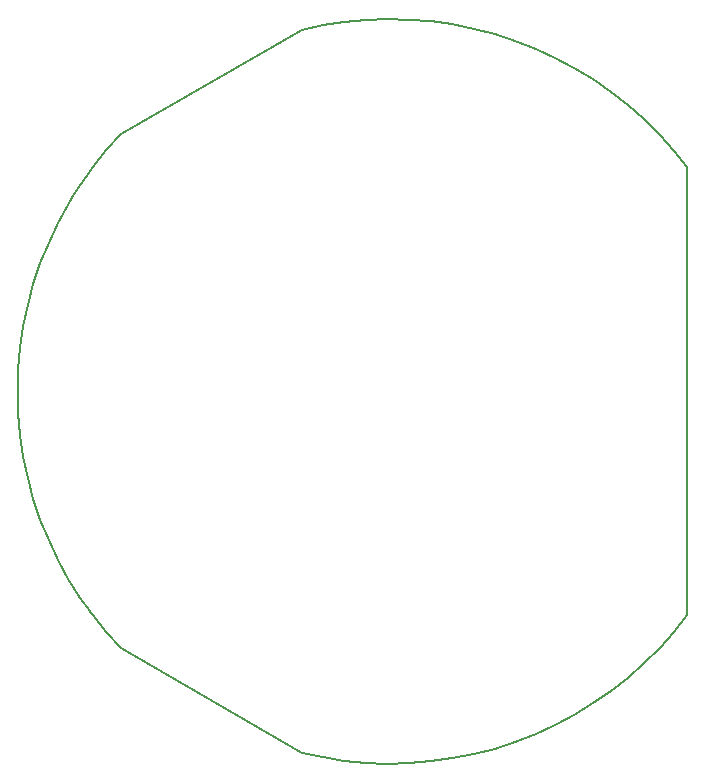
<source format=gko>
G04 Layer_Color=16711935*
%FSLAX25Y25*%
%MOIN*%
G70*
G01*
G75*
%ADD34C,0.00500*%
D34*
X24961Y51635D02*
X25088Y51425D01*
X19584Y190778D02*
X25908Y199700D01*
Y50300D02*
X30463Y44613D01*
X35265Y39290D01*
X95640Y4432D01*
X102606Y2943D01*
X109763Y1845D01*
X116972Y1166D01*
X124208Y908D01*
X131446Y1073D01*
X138663Y1660D01*
X145833Y2667D01*
X152932Y4090D01*
X159937Y5925D01*
X166822Y8165D01*
X173565Y10803D01*
X180142Y13830D01*
X186532Y17235D01*
X192712Y21007D01*
X198662Y25133D01*
X204361Y29600D01*
X209790Y34390D01*
X214930Y39490D01*
X219764Y44880D01*
X224095Y50317D01*
Y199683D01*
X219764Y205120D02*
X224095Y199683D01*
X214930Y210510D02*
X219764Y205120D01*
X209790Y215610D02*
X214930Y210510D01*
X204361Y220401D02*
X209790Y215610D01*
X198662Y224867D02*
X204361Y220401D01*
X192712Y228993D02*
X198662Y224867D01*
X186532Y232765D02*
X192712Y228993D01*
X180142Y236170D02*
X186532Y232765D01*
X173565Y239197D02*
X180142Y236170D01*
X166822Y241835D02*
X173565Y239197D01*
X159937Y244075D02*
X166822Y241835D01*
X152932Y245910D02*
X159937Y244075D01*
X145833Y247333D02*
X152932Y245910D01*
X138663Y248340D02*
X145833Y247333D01*
X131446Y248927D02*
X138663Y248340D01*
X124208Y249092D02*
X131446Y248927D01*
X116972Y248834D02*
X124208Y249092D01*
X109763Y248155D02*
X116972Y248834D01*
X102606Y247057D02*
X109763Y248155D01*
X95640Y245568D02*
X102606Y247057D01*
X35265Y210711D02*
X95640Y245568D01*
X30463Y205387D02*
X35265Y210711D01*
X25908Y199700D02*
X30463Y205387D01*
X14349Y181177D02*
X19584Y190778D01*
X11243Y174586D02*
X14349Y181177D01*
X8529Y167824D02*
X11243Y174586D01*
X6216Y160915D02*
X8529Y167824D01*
X4313Y153882D02*
X6216Y160915D01*
X2826Y146749D02*
X4313Y153882D01*
X1760Y139541D02*
X2826Y146749D01*
X1120Y132283D02*
X1760Y139541D01*
X906Y125000D02*
X1120Y132283D01*
X906Y125000D02*
X1120Y117717D01*
X1760Y110459D01*
X2826Y103251D01*
X4313Y96118D01*
X6216Y89085D01*
X8529Y82176D01*
X11243Y75414D01*
X14349Y68823D01*
X17837Y62426D01*
X21694Y56244D01*
X24961Y51635D01*
X25088Y51425D02*
X25165Y51348D01*
X25908Y50300D01*
M02*

</source>
